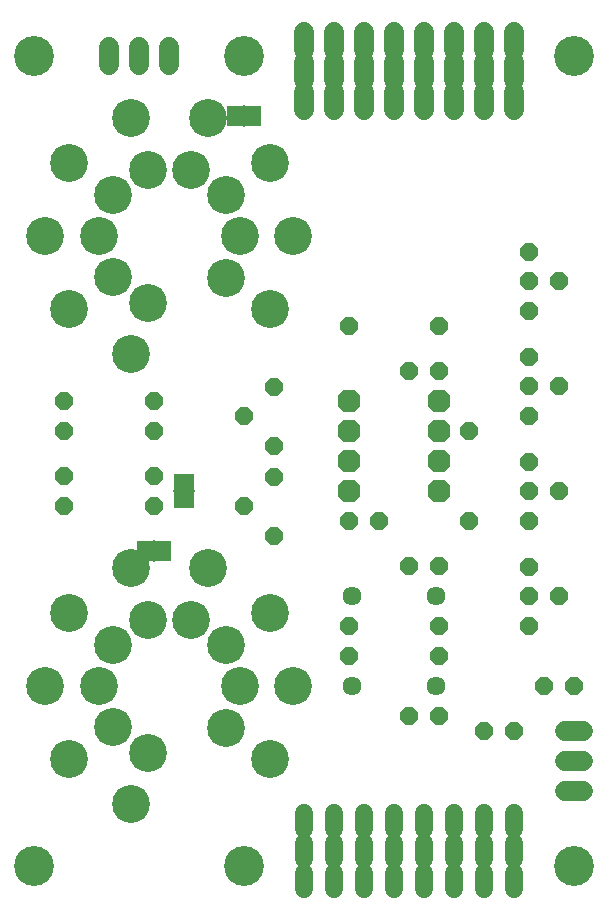
<source format=gts>
G75*
%MOIN*%
%OFA0B0*%
%FSLAX24Y24*%
%IPPOS*%
%LPD*%
%AMOC8*
5,1,8,0,0,1.08239X$1,22.5*
%
%ADD10C,0.1330*%
%ADD11C,0.1265*%
%ADD12OC8,0.0600*%
%ADD13C,0.0680*%
%ADD14OC8,0.0760*%
%ADD15C,0.0600*%
%ADD16OC8,0.0595*%
%ADD17R,0.0710X0.0540*%
%ADD18R,0.0720X0.0060*%
%ADD19R,0.0540X0.0710*%
%ADD20R,0.0060X0.0720*%
%ADD21C,0.0634*%
D10*
X001100Y002180D03*
X008100Y002180D03*
X019100Y002180D03*
X019100Y029180D03*
X008100Y029180D03*
X001100Y029180D03*
D11*
X002256Y025610D03*
X003707Y024555D03*
X003261Y023177D03*
X003706Y021808D03*
X004877Y020955D03*
X004323Y019248D03*
X002254Y020752D03*
X001466Y023177D03*
X004323Y027112D03*
X004877Y025405D03*
X006323Y025405D03*
X006877Y027112D03*
X007494Y024552D03*
X007939Y023183D03*
X007493Y021805D03*
X008944Y020750D03*
X009734Y023183D03*
X008946Y025608D03*
X006877Y012112D03*
X006323Y010405D03*
X007494Y009552D03*
X007939Y008183D03*
X007493Y006805D03*
X008944Y005750D03*
X009734Y008183D03*
X008946Y010608D03*
X004877Y010405D03*
X004323Y012112D03*
X003707Y009555D03*
X003261Y008177D03*
X003706Y006808D03*
X004877Y005955D03*
X004323Y004248D03*
X002254Y005752D03*
X001466Y008177D03*
X002256Y010610D03*
D12*
X002100Y014180D03*
X002100Y015180D03*
X002100Y016680D03*
X002100Y017680D03*
X005100Y017680D03*
X005100Y016680D03*
X005100Y015180D03*
X005100Y014180D03*
X008100Y014180D03*
X009100Y013190D03*
X009100Y015170D03*
X009100Y016190D03*
X008100Y017180D03*
X009100Y018170D03*
X011600Y020180D03*
X013600Y018680D03*
X014600Y018680D03*
X014600Y020180D03*
X015600Y016680D03*
X017600Y017190D03*
X018600Y018180D03*
X017600Y019170D03*
X017600Y020690D03*
X018600Y021680D03*
X017600Y022670D03*
X017600Y015670D03*
X018600Y014680D03*
X017600Y013690D03*
X017600Y012170D03*
X018600Y011180D03*
X017600Y010190D03*
X018100Y008180D03*
X019100Y008180D03*
X017100Y006680D03*
X016100Y006680D03*
X014600Y007180D03*
X013600Y007180D03*
X014600Y009180D03*
X014600Y010180D03*
X014600Y012180D03*
X013600Y012180D03*
X012600Y013680D03*
X011600Y013680D03*
X011600Y010180D03*
X011600Y009180D03*
X015600Y013680D03*
D13*
X018800Y006680D02*
X019400Y006680D01*
X019400Y005680D02*
X018800Y005680D01*
X018800Y004680D02*
X019400Y004680D01*
X017100Y027380D02*
X017100Y027980D01*
X017100Y028380D02*
X017100Y028980D01*
X017100Y029380D02*
X017100Y029980D01*
X016100Y029980D02*
X016100Y029380D01*
X016100Y028980D02*
X016100Y028380D01*
X016100Y027980D02*
X016100Y027380D01*
X015100Y027380D02*
X015100Y027980D01*
X015100Y028380D02*
X015100Y028980D01*
X015100Y029380D02*
X015100Y029980D01*
X014100Y029980D02*
X014100Y029380D01*
X014100Y028980D02*
X014100Y028380D01*
X014100Y027980D02*
X014100Y027380D01*
X013100Y027380D02*
X013100Y027980D01*
X013100Y028380D02*
X013100Y028980D01*
X013100Y029380D02*
X013100Y029980D01*
X012100Y029980D02*
X012100Y029380D01*
X012100Y028980D02*
X012100Y028380D01*
X012100Y027980D02*
X012100Y027380D01*
X011100Y027380D02*
X011100Y027980D01*
X011100Y028380D02*
X011100Y028980D01*
X011100Y029380D02*
X011100Y029980D01*
X010100Y029980D02*
X010100Y029380D01*
X010100Y028980D02*
X010100Y028380D01*
X010100Y027980D02*
X010100Y027380D01*
X005600Y028880D02*
X005600Y029480D01*
X004600Y029480D02*
X004600Y028880D01*
X003600Y028880D02*
X003600Y029480D01*
D14*
X011600Y017680D03*
X011600Y016680D03*
X011600Y015680D03*
X011600Y014680D03*
X014600Y014680D03*
X014600Y015680D03*
X014600Y016680D03*
X014600Y017680D03*
D15*
X014100Y003940D02*
X014100Y003420D01*
X014100Y002940D02*
X014100Y002420D01*
X014100Y001940D02*
X014100Y001420D01*
X013100Y001420D02*
X013100Y001940D01*
X013100Y002420D02*
X013100Y002940D01*
X013100Y003420D02*
X013100Y003940D01*
X012100Y003940D02*
X012100Y003420D01*
X012100Y002940D02*
X012100Y002420D01*
X012100Y001940D02*
X012100Y001420D01*
X011100Y001420D02*
X011100Y001940D01*
X011100Y002420D02*
X011100Y002940D01*
X011100Y003420D02*
X011100Y003940D01*
X010100Y003940D02*
X010100Y003420D01*
X010100Y002940D02*
X010100Y002420D01*
X010100Y001940D02*
X010100Y001420D01*
X015100Y001420D02*
X015100Y001940D01*
X015100Y002420D02*
X015100Y002940D01*
X015100Y003420D02*
X015100Y003940D01*
X016100Y003940D02*
X016100Y003420D01*
X016100Y002940D02*
X016100Y002420D01*
X016100Y001940D02*
X016100Y001420D01*
X017100Y001420D02*
X017100Y001940D01*
X017100Y002420D02*
X017100Y002940D01*
X017100Y003420D02*
X017100Y003940D01*
D16*
X017600Y011180D03*
X017600Y014680D03*
X017600Y018180D03*
X017600Y021680D03*
D17*
X006100Y014980D03*
X006100Y014380D03*
D18*
X006100Y014680D03*
D19*
X005400Y012680D03*
X004800Y012680D03*
X007800Y027180D03*
X008400Y027180D03*
D20*
X008100Y027180D03*
X005100Y012680D03*
D21*
X011700Y011180D03*
X011700Y008180D03*
X014500Y008180D03*
X014500Y011180D03*
M02*

</source>
